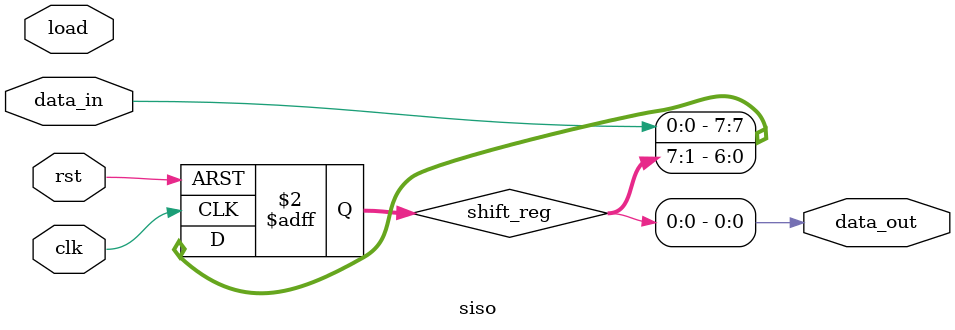
<source format=sv>
module siso (
    input clk,      // Clock signal
    input rst,      // Reset signal (active high)
    input data_in,  // Serial input data
    input load,
    output logic data_out
);
    reg [7:0] shift_reg;  // 8-bit shift register

    always @(posedge clk or posedge rst) begin
        if (rst)
            shift_reg <= 8'b0;
        else
            shift_reg <= {data_in, shift_reg[7:1]}; 
    end

    assign data_out = shift_reg[0];  // Serial output is the last bit of the register
endmodule
</source>
